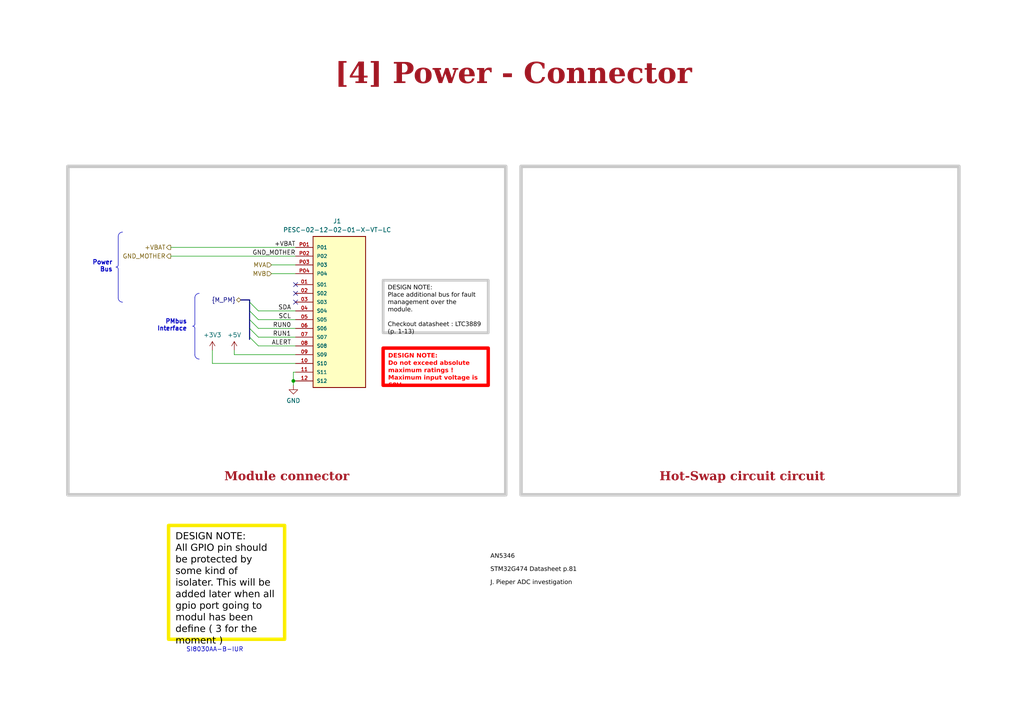
<source format=kicad_sch>
(kicad_sch (version 20230121) (generator eeschema)
  (paper "A4")
  (title_block (title "Sheet Title A") (date "Last Modified Date") (rev "${REVISION}") (company "${COMPANY}"))
  (lib_symbols
    (symbol "Device:C" (pin_numbers hide) (pin_names (offset 0.254))
      (property "Reference" "C" (at 0.635 2.54 0))
      (property "Value" "C" (at 0.635 -2.54 0))
      (symbol "C_0_1"
        (polyline (pts (xy -2.032 -0.762) (xy 2.032 -0.762)) (stroke (width 0.508)))
        (polyline (pts (xy -2.032 0.762) (xy 2.032 0.762)) (stroke (width 0.508)))
      )
      (symbol "C_1_1"
        (pin passive line (at 0 3.81 270) (length 2.794) (name "~") (number "1"))
        (pin passive line (at 0 -3.81 90) (length 2.794) (name "~") (number "2"))
      )
    )
    (symbol "Device:D_TVS" (pin_numbers hide) (pin_names (offset 1.016) hide)
      (property "Reference" "D" (at 0 2.54 0))
      (property "Value" "D_TVS" (at 0 -2.54 0))
      (symbol "D_TVS_0_1"
        (polyline (pts (xy 1.27 0) (xy -1.27 0)))
        (polyline (pts (xy 0.508 1.27) (xy 0 1.27) (xy 0 -1.27) (xy -0.508 -1.27)) (stroke (width 0.254)))
        (polyline (pts (xy -2.54 1.27) (xy -2.54 -1.27) (xy 2.54 1.27) (xy 2.54 -1.27) (xy -2.54 1.27)) (stroke (width 0.254)))
      )
      (symbol "D_TVS_1_1"
        (pin passive line (at -3.81 0 0) (length 2.54) (name "A1") (number "1"))
        (pin passive line (at 3.81 0 180) (length 2.54) (name "A2") (number "2"))
      )
    )
    (symbol "Device:D_Zener" (pin_numbers hide) (pin_names (offset 1.016) hide)
      (property "Reference" "D" (at 0 2.54 0))
      (property "Value" "D_Zener" (at 0 -2.54 0))
      (symbol "D_Zener_0_1"
        (polyline (pts (xy 1.27 0) (xy -1.27 0)))
        (polyline (pts (xy -1.27 -1.27) (xy -1.27 1.27) (xy -0.762 1.27)) (stroke (width 0.254)))
        (polyline (pts (xy 1.27 -1.27) (xy 1.27 1.27) (xy -1.27 0) (xy 1.27 -1.27)) (stroke (width 0.254)))
      )
      (symbol "D_Zener_1_1"
        (pin passive line (at -3.81 0 0) (length 2.54) (name "K") (number "1"))
        (pin passive line (at 3.81 0 180) (length 2.54) (name "A") (number "2"))
      )
    )
    (symbol "Device:R" (pin_numbers hide) (pin_names (offset 0))
      (property "Reference" "R" (at 2.032 0 90))
      (property "Value" "R" (at 0 0 90))
      (symbol "R_0_1"
        (rectangle (start -1.016 -2.54) (end 1.016 2.54) (stroke (width 0.254)))
      )
      (symbol "R_1_1"
        (pin passive line (at 0 3.81 270) (length 1.27) (name "~") (number "1"))
        (pin passive line (at 0 -3.81 90) (length 1.27) (name "~") (number "2"))
      )
    )
    (symbol "PESC-02-12-02-01-X-VT-LC:PESC-02-12-02-01-X-VT-LC" (pin_names (offset 1.016))
      (property "Reference" "J3" (at 0 24.765 0))
      (property "Value" "PESC-02-12-02-01-X-VT-LC" (at 0 22.225 0))
      (symbol "PESC-02-12-02-01-X-VT-LC_0_0"
        (rectangle (start -6.985 20.32) (end 8.255 -23.495) (stroke (width 0.254)) (fill (type background)))
      )
      (symbol "PESC-02-12-02-01-X-VT-LC_1_0"
        (pin passive line (at -12.065 6.35 0) (length 5.08) (name "S01") (number "01"))
        (pin passive line (at -12.065 3.81 0) (length 5.08) (name "S02") (number "02"))
        (pin passive line (at -12.065 1.27 0) (length 5.08) (name "S03") (number "03"))
        (pin passive line (at -12.065 -1.27 0) (length 5.08) (name "S04") (number "04"))
        (pin passive line (at -12.065 -3.81 0) (length 5.08) (name "S05") (number "05"))
        (pin passive line (at -12.065 -6.35 0) (length 5.08) (name "S06") (number "06"))
        (pin passive line (at -12.065 -8.89 0) (length 5.08) (name "S07") (number "07"))
        (pin passive line (at -12.065 -11.43 0) (length 5.08) (name "S08") (number "08"))
        (pin passive line (at -12.065 -13.97 0) (length 5.08) (name "S09") (number "09"))
        (pin passive line (at -12.065 -16.51 0) (length 5.08) (name "S10") (number "10"))
        (pin passive line (at -12.065 -19.05 0) (length 5.08) (name "S11") (number "11"))
        (pin passive line (at -12.065 -21.59 0) (length 5.08) (name "S12") (number "12"))
        (pin power_in line (at -12.065 17.145 0) (length 5.08) (name "P01") (number "P01"))
        (pin power_in line (at -12.065 17.145 0) (length 5.08) hide (name "P01") (number "P01_2"))
        (pin power_in line (at -12.065 17.145 0) (length 5.08) hide (name "P01__2") (number "P01_3"))
        (pin power_in line (at -12.065 17.145 0) (length 5.08) hide (name "P01__3") (number "P01_4"))
        (pin power_in line (at -12.065 17.145 0) (length 5.08) hide (name "P01__4") (number "P01_5"))
        (pin power_in line (at -12.065 17.145 0) (length 5.08) hide (name "P01__5") (number "P01_6"))
        (pin power_in line (at -12.065 17.145 0) (length 5.08) hide (name "P01__6") (number "P01_7"))
        (pin power_in line (at -12.065 17.145 0) (length 5.08) hide (name "P01__7") (number "P01_8"))
        (pin power_in line (at -12.065 14.605 0) (length 5.08) (name "P02") (number "P02"))
        (pin power_in line (at -12.065 14.605 0) (length 5.08) hide (name "P02__1") (number "P02_2"))
        (pin power_in line (at -12.065 14.605 0) (length 5.08) hide (name "P02__2") (number "P02_3"))
        (pin power_in line (at -12.065 14.605 0) (length 5.08) hide (name "P02__3") (number "P02_4"))
        (pin power_in line (at -12.065 14.605 0) (length 5.08) hide (name "P02__4") (number "P02_5"))
        (pin power_in line (at -12.065 14.605 0) (length 5.08) hide (name "P02__5") (number "P02_6"))
        (pin power_in line (at -12.065 14.605 0) (length 5.08) hide (name "P02__6") (number "P02_7"))
        (pin power_in line (at -12.065 14.605 0) (length 5.08) hide (name "P02__7") (number "P02_8"))
        (pin power_in line (at -12.065 12.065 0) (length 5.08) (name "P03") (number "P03"))
        (pin power_in line (at -12.065 12.065 0) (length 5.08) hide (name "P03__1") (number "P03_2"))
        (pin power_in line (at -12.065 12.065 0) (length 5.08) hide (name "P03__2") (number "P03_3"))
        (pin power_in line (at -12.065 12.065 0) (length 5.08) hide (name "P03__3") (number "P03_4"))
        (pin power_in line (at -12.065 12.065 0) (length 5.08) hide (name "P03__4") (number "P03_5"))
        (pin power_in line (at -12.065 12.065 0) (length 5.08) hide (name "P03__5") (number "P03_6"))
        (pin power_in line (at -12.065 12.065 0) (length 5.08) hide (name "P03__6") (number "P03_7"))
        (pin power_in line (at -12.065 12.065 0) (length 5.08) hide (name "P03__7") (number "P03_8"))
        (pin power_in line (at -12.065 9.525 0) (length 5.08) (name "P04") (number "P04"))
        (pin power_in line (at -12.065 9.525 0) (length 5.08) hide (name "P04__1") (number "P04_2"))
        (pin power_in line (at -12.065 9.525 0) (length 5.08) hide (name "P04__2") (number "P04_3"))
        (pin power_in line (at -12.065 9.525 0) (length 5.08) hide (name "P04__3") (number "P04_4"))
        (pin power_in line (at -12.065 9.525 0) (length 5.08) hide (name "P04__4") (number "P04_5"))
        (pin power_in line (at -12.065 9.525 0) (length 5.08) hide (name "P04__5") (number "P04_6"))
        (pin power_in line (at -12.065 9.525 0) (length 5.08) hide (name "P04__6") (number "P04_7"))
        (pin power_in line (at -12.065 9.525 0) (length 5.08) hide (name "P04__7") (number "P04_8"))
      )
    )
    (symbol "Simulation_SPICE:NMOS" (pin_numbers hide) (pin_names (offset 0))
      (property "Reference" "Q" (at 5.08 1.27 0))
      (property "Value" "NMOS" (at 5.08 -1.27 0))
      (symbol "NMOS_0_1"
        (polyline (pts (xy 0.254 0) (xy -2.54 0)))
        (polyline (pts (xy 0.254 1.905) (xy 0.254 -1.905)) (stroke (width 0.254)))
        (polyline (pts (xy 0.762 -1.27) (xy 0.762 -2.286)) (stroke (width 0.254)))
        (polyline (pts (xy 0.762 0.508) (xy 0.762 -0.508)) (stroke (width 0.254)))
        (polyline (pts (xy 0.762 2.286) (xy 0.762 1.27)) (stroke (width 0.254)))
        (polyline (pts (xy 2.54 2.54) (xy 2.54 1.778)))
        (polyline (pts (xy 2.54 -2.54) (xy 2.54 0) (xy 0.762 0)))
        (polyline (pts (xy 0.762 -1.778) (xy 3.302 -1.778) (xy 3.302 1.778) (xy 0.762 1.778)))
        (polyline (pts (xy 1.016 0) (xy 2.032 0.381) (xy 2.032 -0.381) (xy 1.016 0)) (fill (type outline)))
        (polyline (pts (xy 2.794 0.508) (xy 2.921 0.381) (xy 3.683 0.381) (xy 3.81 0.254)))
        (polyline (pts (xy 3.302 0.381) (xy 2.921 -0.254) (xy 3.683 -0.254) (xy 3.302 0.381)))
        (circle (center 1.651 0) (radius 2.794) (stroke (width 0.254)))
        (circle (center 2.54 -1.778) (radius 0.254) (fill (type outline)))
        (circle (center 2.54 1.778) (radius 0.254) (fill (type outline)))
      )
      (symbol "NMOS_1_1"
        (pin passive line (at 2.54 5.08 270) (length 2.54) (name "D") (number "1"))
        (pin input line (at -5.08 0 0) (length 2.54) (name "G") (number "2"))
        (pin passive line (at 2.54 -5.08 90) (length 2.54) (name "S") (number "3"))
      )
    )
    (symbol "TPS2490DGSRG4:TPS2490DGSRG4"
      (property "Reference" "IC" (at 26.67 7.62 0))
      (property "Value" "TPS2490DGSRG4" (at 26.67 5.08 0))
      (symbol "TPS2490DGSRG4_1_1"
        (rectangle (start 5.08 2.54) (end 25.4 -12.7) (stroke (width 0.254)) (fill (type background)))
        (pin passive line (at 0 0 0) (length 5.08) (name "EN") (number "1"))
        (pin passive line (at 30.48 0 180) (length 5.08) (name "VCC") (number "10"))
        (pin passive line (at 0 -2.54 0) (length 5.08) (name "VREF") (number "2"))
        (pin passive line (at 0 -5.08 0) (length 5.08) (name "PROG") (number "3"))
        (pin passive line (at 0 -7.62 0) (length 5.08) (name "TIMER") (number "4"))
        (pin passive line (at 0 -10.16 0) (length 5.08) (name "GND") (number "5"))
        (pin passive line (at 30.48 -10.16 180) (length 5.08) (name "PG") (number "6"))
        (pin passive line (at 30.48 -7.62 180) (length 5.08) (name "OUT") (number "7"))
        (pin passive line (at 30.48 -5.08 180) (length 5.08) (name "GATE") (number "8"))
        (pin passive line (at 30.48 -2.54 180) (length 5.08) (name "SENSE") (number "9"))
      )
    )
    (symbol "power:+3V3" (power) (pin_names (offset 0))
      (property "Value" "+3V3" (at 0 3.556 0))
      (symbol "+3V3_0_1"
        (polyline (pts (xy -0.762 1.27) (xy 0 2.54)))
        (polyline (pts (xy 0 0) (xy 0 2.54)))
        (polyline (pts (xy 0 2.54) (xy 0.762 1.27)))
      )
      (symbol "+3V3_1_1"
        (pin power_in line (at 0 0 90) (length 0) hide (name "+3V3") (number "1"))
      )
    )
    (symbol "power:+5V" (power) (pin_names (offset 0))
      (property "Value" "+5V" (at 0 3.556 0))
      (symbol "+5V_0_1"
        (polyline (pts (xy -0.762 1.27) (xy 0 2.54)))
        (polyline (pts (xy 0 0) (xy 0 2.54)))
        (polyline (pts (xy 0 2.54) (xy 0.762 1.27)))
      )
      (symbol "+5V_1_1"
        (pin power_in line (at 0 0 90) (length 0) hide (name "+5V") (number "1"))
      )
    )
    (symbol "power:GND" (power) (pin_names (offset 0))
      (property "Value" "GND" (at 0 -3.81 0))
      (symbol "GND_0_1"
        (polyline (pts (xy 0 0) (xy 0 -1.27) (xy 1.27 -1.27) (xy 0 -2.54) (xy -1.27 -1.27) (xy 0 -1.27)))
      )
      (symbol "GND_1_1"
        (pin power_in line (at 0 0 270) (length 0) hide (name "GND") (number "1"))
      )
    )
  )
  (junction (at 448.31 64.77))
  (junction (at 353.695 106.68))
  (junction (at 323.85 106.68))
  (junction (at 335.915 106.68))
  (junction (at 335.915 64.77) (color 200 50 50 1))
  (junction (at 344.17 96.52))
  (junction (at 434.34 106.68))
  (junction (at 404.495 64.77))
  (junction (at 344.17 106.68))
  (junction (at 361.95 106.68))
  (junction (at 314.325 106.68))
  (junction (at 323.85 64.77) (color 200 50 50 1))
  (junction (at 426.085 64.77))
  (junction (at 434.34 64.77))
  (junction (at 314.325 64.77) (color 200 50 50 1))
  (junction (at 85.09 110.49))
  (junction (at 335.915 84.455))
  (junction (at 394.335 64.77) (color 200 50 50 1))
  (junction (at 413.385 89.535))
  (junction (at 420.37 64.77))
  (junction (at 413.385 106.68))
  (no_connect (at 85.725 82.55))
  (no_connect (at 85.725 87.63))
  (no_connect (at 85.725 85.09))
  (bus_entry (at 72.39 97.79) (size 2.54 2.54))
  (bus_entry (at 72.39 92.71) (size 2.54 2.54))
  (bus_entry (at 72.39 90.17) (size 2.54 2.54))
  (bus_entry (at 72.39 95.25) (size 2.54 2.54))
  (bus_entry (at 72.39 87.63) (size 2.54 2.54))
  (wire (pts (xy 323.85 64.77) (xy 335.915 64.77)) (stroke (width 0.381) (color 200 50 50 1)))
  (wire (pts (xy 353.695 92.075) (xy 363.22 92.075)))
  (wire (pts (xy 413.385 106.68) (xy 434.34 106.68)))
  (bus (pts (xy 72.39 92.71) (xy 72.39 95.25)))
  (wire (pts (xy 74.93 90.17) (xy 85.725 90.17)))
  (bus (pts (xy 72.39 90.17) (xy 72.39 92.71)))
  (wire (pts (xy 323.85 106.68) (xy 314.325 106.68)))
  (wire (pts (xy 344.17 86.995) (xy 363.22 86.995)))
  (polyline (pts (xy 34.29 68.575) (xy 34.29 76.835)))
  (wire (pts (xy 335.915 106.68) (xy 344.17 106.68)))
  (wire (pts (xy 426.085 74.93) (xy 426.085 64.77)))
  (wire (pts (xy 335.915 64.77) (xy 394.335 64.77)) (stroke (width 0.381) (color 200 50 50 1)))
  (wire (pts (xy 314.325 64.77) (xy 323.85 64.77)) (stroke (width 0.381) (color 200 50 50 1)))
  (wire (pts (xy 434.34 82.55) (xy 434.34 106.68)))
  (wire (pts (xy 420.37 92.075) (xy 420.37 64.77)))
  (wire (pts (xy 323.85 104.775) (xy 323.85 106.68)))
  (wire (pts (xy 403.225 64.77) (xy 404.495 64.77)))
  (wire (pts (xy 314.325 104.775) (xy 314.325 106.68)))
  (wire (pts (xy 350.52 89.535) (xy 363.22 89.535)))
  (wire (pts (xy 323.85 106.68) (xy 335.915 106.68)))
  (wire (pts (xy 394.335 64.77) (xy 395.605 64.77)) (stroke (width 0.381) (color 200 50 50 1)))
  (wire (pts (xy 413.385 89.535) (xy 413.385 97.155)))
  (wire (pts (xy 393.7 84.455) (xy 394.335 84.455)) (stroke (width 0.381) (color 200 50 50 1)))
  (wire (pts (xy 74.93 100.33) (xy 85.725 100.33)))
  (wire (pts (xy 413.385 89.535) (xy 393.7 89.535)))
  (wire (pts (xy 393.7 92.075) (xy 420.37 92.075)))
  (wire (pts (xy 344.17 86.995) (xy 344.17 88.265)))
  (wire (pts (xy 49.53 71.755) (xy 85.725 71.755)))
  (wire (pts (xy 393.7 94.615) (xy 426.085 94.615)))
  (polyline (pts (xy 34.29 78.1) (xy 34.29 86.36)))
  (wire (pts (xy 434.34 74.93) (xy 434.34 64.77)))
  (wire (pts (xy 335.915 84.455) (xy 335.915 97.155)))
  (bus (pts (xy 72.39 95.25) (xy 72.39 97.79)))
  (wire (pts (xy 413.385 72.39) (xy 413.385 74.93)))
  (wire (pts (xy 344.17 106.68) (xy 353.695 106.68)))
  (wire (pts (xy 448.31 74.93) (xy 448.31 64.77)))
  (wire (pts (xy 335.915 78.105) (xy 335.915 84.455)))
  (wire (pts (xy 85.09 107.95) (xy 85.09 110.49)))
  (polyline (pts (xy 421.005 108.585) (xy 427.355 114.935)) (stroke (width 0) (type dot) (color 255 0 0 1)))
  (wire (pts (xy 78.74 79.375) (xy 85.725 79.375)))
  (wire (pts (xy 420.37 64.77) (xy 418.465 64.77)))
  (wire (pts (xy 311.785 106.68) (xy 314.325 106.68)))
  (wire (pts (xy 335.915 84.455) (xy 363.22 84.455)))
  (wire (pts (xy 61.595 105.41) (xy 85.725 105.41)))
  (bus (pts (xy 72.39 86.995) (xy 72.39 87.63)))
  (wire (pts (xy 361.95 94.615) (xy 363.22 94.615)))
  (wire (pts (xy 67.945 101.6) (xy 67.945 102.87)))
  (wire (pts (xy 448.31 82.55) (xy 448.31 106.68)))
  (bus (pts (xy 72.39 97.79) (xy 72.39 98.425)))
  (wire (pts (xy 448.31 106.68) (xy 434.34 106.68)))
  (wire (pts (xy 350.52 96.52) (xy 344.17 96.52)))
  (wire (pts (xy 74.93 95.25) (xy 85.725 95.25)))
  (wire (pts (xy 448.31 64.77) (xy 450.85 64.77)))
  (wire (pts (xy 404.495 64.77) (xy 408.305 64.77)))
  (wire (pts (xy 448.31 64.77) (xy 434.34 64.77)))
  (bus (pts (xy 69.85 86.995) (xy 72.39 86.995)))
  (wire (pts (xy 74.93 92.71) (xy 85.725 92.71)))
  (wire (pts (xy 323.85 64.77) (xy 323.85 97.155)) (stroke (width 0.381) (color 200 50 50 1)))
  (wire (pts (xy 353.695 106.68) (xy 361.95 106.68)))
  (wire (pts (xy 361.95 106.68) (xy 361.95 94.615)))
  (wire (pts (xy 353.695 104.775) (xy 353.695 106.68)))
  (wire (pts (xy 85.09 110.49) (xy 85.09 111.76)))
  (wire (pts (xy 426.085 82.55) (xy 426.085 94.615)))
  (wire (pts (xy 85.725 107.95) (xy 85.09 107.95)))
  (wire (pts (xy 85.09 110.49) (xy 85.725 110.49)))
  (polyline (pts (xy 56.515 95.25) (xy 56.515 102.87)))
  (wire (pts (xy 311.785 64.77) (xy 314.325 64.77)) (stroke (width 0.381) (color 200 50 50 1)))
  (wire (pts (xy 426.085 64.77) (xy 420.37 64.77)))
  (wire (pts (xy 78.74 76.835) (xy 85.725 76.835)))
  (wire (pts (xy 335.915 70.485) (xy 335.915 64.77)) (stroke (width 0.381) (color 200 50 50 1)))
  (wire (pts (xy 74.93 97.79) (xy 85.725 97.79)))
  (wire (pts (xy 344.17 96.52) (xy 344.17 97.155)))
  (wire (pts (xy 361.95 106.68) (xy 413.385 106.68)))
  (wire (pts (xy 335.915 104.775) (xy 335.915 106.68)))
  (wire (pts (xy 426.085 64.77) (xy 434.34 64.77)))
  (polyline (pts (xy 56.515 86.36) (xy 56.515 93.98)))
  (wire (pts (xy 353.695 97.155) (xy 353.695 92.075)))
  (wire (pts (xy 61.595 101.6) (xy 61.595 105.41)))
  (wire (pts (xy 393.7 86.995) (xy 404.495 86.995)))
  (wire (pts (xy 314.325 64.77) (xy 314.325 97.155)) (stroke (width 0.381) (color 200 50 50 1)))
  (wire (pts (xy 413.385 104.775) (xy 413.385 106.68)))
  (wire (pts (xy 413.385 82.55) (xy 413.385 89.535)))
  (wire (pts (xy 394.335 64.77) (xy 394.335 84.455)) (stroke (width 0.381) (color 200 50 50 1)))
  (wire (pts (xy 350.52 89.535) (xy 350.52 96.52)))
  (wire (pts (xy 404.495 64.77) (xy 404.495 86.995)))
  (wire (pts (xy 85.725 102.87) (xy 67.945 102.87)))
  (wire (pts (xy 85.725 74.295) (xy 49.53 74.295)))
  (bus (pts (xy 72.39 87.63) (xy 72.39 90.17)))
  (wire (pts (xy 344.17 104.775) (xy 344.17 106.68)))
  (wire (pts (xy 344.17 95.885) (xy 344.17 96.52)))
  (arc (start 56.52 93.975) (mid 56.3294 94.418) (end 55.885 94.61))
  (arc (start 33.66 77.465) (mid 34.1153 77.6462) (end 34.295 78.1))
  (rectangle (start 19.685 48.26) (end 146.685 143.51) (stroke (width 1) (color 200 200 200 1)))
  (rectangle (start 151.13 48.26) (end 278.13 143.51) (stroke (width 1) (color 200 200 200 1)))
  (arc (start 55.885 94.61) (mid 56.3352 94.7933) (end 56.52 95.245))
  (arc (start 34.295 76.83) (mid 34.1065 77.2779) (end 33.66 77.465))
  (arc (start 56.52 86.36) (mid 56.887 85.459) (end 57.785 85.09))
  (arc (start 57.785 104.14) (mid 56.884 103.771) (end 56.515 102.87))
  (arc (start 34.295 68.585) (mid 34.6605 67.6825) (end 35.56 67.315))
  (rectangle (start 406.4 95.885) (end 421.005 108.585) (stroke (width 0) (type dot) (color 255 0 0 1)))
  (arc (start 35.56 87.635) (mid 34.6575 87.2675) (end 34.29 86.365))
  (text_box "Hot-Swap circuit circuit \n" (at 151.765 134.62 0) (size 127 6.985) (stroke (width -0.0001)) (effects (font (size 2.54 2.54) (thickness 0.508) bold) (justify bottom)))
  (text_box "DESIGN NOTE:\nAll GPIO pin should be protected by some kind of isolater. This will be added later when all gpio port going to modul has been define ( 3 for the moment )" (at 48.895 152.4 0) (size 33.655 33.02) (stroke (width 1) (color 250 236 0 1)) (effects (font (size 2 2)) (justify left top)))
  (text_box "PMbus \nInterface" (at 45.72 91.44 0) (size 9.525 5.715) (stroke (width -0.0001)) (effects (font (size 1.27 1.27) (thickness 0.254) bold) (justify right top)))
  (text_box "DESIGN NOTE:\nPlace additional bus for fault management over the module. \n\nCheckout datasheet : LTC3889   \n(p. 1-13) \n" (at 111.125 81.28 0) (size 30.48 15.24) (stroke (width 0.8) (color 200 200 200 1)) (effects (font (size 1.27 1.27)) (justify left top)))
  (text_box "DESIGN NOTE:\nDo not exceed absolute maximum ratings ! Maximum input voltage is 60V." (at 111.125 100.965 0) (size 30.48 10.795) (stroke (width 1) (color 255 0 0 1)) (effects (font (size 1.27 1.27) (thickness 0.4) bold) (justify left top)))
  (text_box "Module connector \n" (at 19.685 134.62 0) (size 127 6.985) (stroke (width -0.0001)) (effects (font (size 2.54 2.54) (thickness 0.508) bold) (justify bottom)))
  (text_box "[4] Power - Connector" (at 12.065 15.24 0) (size 273.685 12.7) (stroke (width -0.0001)) (effects (font (size 6 6) (thickness 1.2) bold)))
  (text_box "Power \nBus" (at 24.13 74.29 0) (size 9.525 5.715) (stroke (width -0.0001)) (effects (font (size 1.27 1.27) (thickness 0.254) bold) (justify right top)))
  (text_box "DESIGN NOTE:\nOnly required when using dv/dt start-up" (at 427.355 114.935 0) (size 20.32 8.89) (stroke (width 0.8) (color 255 165 0 1)) (effects (font (size 1.27 1.27)) (justify left top)))
  (text "SI8030AA-B-IUR" (at 53.975 189.23 0) (effects (font (size 1.27 1.27)) (justify left bottom)))
  (text "J. Pieper ADC investigation" (at 142.24 170.18 0) (effects (font (size 1.27 1.27)) (justify left bottom)))
  (text "STM32G474 Datasheet p.81" (at 142.24 166.37 0) (effects (font (size 1.27 1.27)) (justify left bottom)))
  (text "AN5346" (at 142.24 162.56 0) (effects (font (size 1.27 1.27)) (justify left bottom)))
  (label "+VBAT" (at 311.785 64.77 180))
  (label "GND_MOTHER" (at 311.785 106.68 180))
  (label "RUN0" (at 84.455 95.25 180))
  (label "GND_MOTHER" (at 85.725 74.295 180))
  (label "RUN1" (at 84.455 97.79 180))
  (label "+VBAT" (at 85.725 71.755 180))
  (label "SCL" (at 84.455 92.71 180))
  (label "+VBAT" (at 450.85 64.77 0))
  (label "ALERT" (at 84.455 100.33 180))
  (label "SDA" (at 84.455 90.17 180))
  (hierarchical_label "{M_PM}" (shape bidirectional) (at 69.85 86.995 180))
  (hierarchical_label "MVA" (shape input) (at 78.74 76.835 180))
  (hierarchical_label "MVB" (shape input) (at 78.74 79.375 180))
  (hierarchical_label "+VBAT" (shape output) (at 49.53 71.755 180))
  (hierarchical_label "GND_MOTHER" (shape output) (at 49.53 74.295 180))
  (symbol (lib_id "Device:C") (at 353.695 100.965 0) (unit 1)
    (property "Reference" "C22" (at 356.87 99.695 0) (effects (justify left)))
    (property "Value" "C" (at 356.87 102.235 0) (effects (justify left)))
    (instances (project "SMPS_legged_robot_module" (path "" (reference "C50") (unit 1))))
  )
  (symbol (lib_id "Device:D_Zener") (at 434.34 78.74 270) (unit 1)
    (property "Reference" "D2" (at 437.515 77.47 90) (effects (justify left)))
    (property "Value" "D_Zener" (at 437.515 80.01 90) (effects (justify left)))
    (instances (project "SMPS_legged_robot_module" (path "" (reference "D5") (unit 1))))
  )
  (symbol (lib_id "Device:C") (at 448.31 78.74 0) (unit 1)
    (property "Reference" "C24" (at 451.485 77.47 0) (effects (justify left)))
    (property "Value" "C" (at 451.485 80.01 0) (effects (justify left)))
    (instances (project "SMPS_legged_robot_module" (path "" (reference "C54") (unit 1))))
  )
  (symbol (lib_id "PESC-02-12-02-01-X-VT-LC:PESC-02-12-02-01-X-VT-LC") (at 97.79 88.9 0) (unit 1)
    (property "Reference" "J1" (at 97.79 64.135 0))
    (property "Value" "PESC-02-12-02-01-X-VT-LC" (at 97.79 66.675 0))
    (property "Footprint" "PESC-02-12-02-01-X-VT-LC:SAMTEC_PESC-02-12-02-01-X-VT-LC" (effects hide))
    (property "PARTREV" "B" (effects hide))
    (property "STANDARD" "Manufacturer Recommendations" (effects hide))
    (property "MAXIMUM_PACKAGE_HEIGHT" "17.04mm" (effects hide))
    (property "MANUFACTURER" "Samtec" (effects hide))
  )
  (symbol (lib_id "Device:C") (at 314.325 100.965 0) (unit 1)
    (property "Reference" "C21" (at 317.5 99.695 0) (effects (justify left)))
    (property "Value" "C" (at 317.5 102.235 0) (effects (justify left)))
    (instances (project "SMPS_legged_robot_module" (path "" (reference "C49") (unit 1))))
  )
  (symbol (lib_id "power:+3V3") (at 61.595 101.6 0) (unit 1)
    (property "Reference" "#PWR02" (effects hide))
    (property "Value" "+3V3" (at 61.595 97.155 0))
  )
  (symbol (lib_id "Device:R") (at 413.385 78.74 180) (unit 1)
    (property "Reference" "R8" (at 415.925 77.47 0) (effects (justify right)))
    (property "Value" "R" (at 415.925 80.01 0) (effects (justify right)))
    (instances (project "SMPS_legged_robot_module" (path "" (reference "R40") (unit 1))))
  )
  (symbol (lib_id "power:GND") (at 85.09 111.76 0) (unit 1)
    (property "Reference" "#PWR03" (effects hide))
    (property "Value" "GND" (at 85.09 116.205 0))
  )
  (symbol (lib_id "Device:D_TVS") (at 323.85 100.965 90) (unit 1)
    (property "Reference" "D1" (at 327.025 99.695 90) (effects (justify right)))
    (property "Value" "D_TVS" (at 327.025 102.235 90) (effects (justify right)))
    (instances (project "SMPS_legged_robot_module" (path "" (reference "D4") (unit 1))))
  )
  (symbol (lib_id "Device:C") (at 413.385 100.965 0) (unit 1) (dnp yes)
    (property "Reference" "C23" (at 416.56 99.695 0) (effects (justify left)))
    (property "Value" "C" (at 416.56 102.235 0) (effects (justify left)))
    (instances (project "SMPS_legged_robot_module" (path "" (reference "C53") (unit 1))))
  )
  (symbol (lib_id "Device:R") (at 399.415 64.77 90) (unit 1)
    (property "Reference" "R3" (at 399.415 59.055 90))
    (property "Value" "R" (at 399.415 61.595 90))
    (instances (project "SMPS_legged_robot_module" (path "" (reference "R39") (unit 1))))
  )
  (symbol (lib_id "Device:R") (at 335.915 74.295 180) (unit 1)
    (property "Reference" "R4" (at 338.455 73.025 0) (effects (justify right)))
    (property "Value" "R" (at 338.455 75.565 0) (effects (justify right)))
    (instances (project "SMPS_legged_robot_module" (path "" (reference "R33") (unit 1))))
  )
  (symbol (lib_id "Device:R") (at 344.17 92.075 180) (unit 1)
    (property "Reference" "R6" (at 346.71 90.805 0) (effects (justify right)))
    (property "Value" "R" (at 346.71 93.345 0) (effects (justify right)))
    (instances (project "SMPS_legged_robot_module" (path "" (reference "R37") (unit 1))))
  )
  (symbol (lib_id "TPS2490DGSRG4:TPS2490DGSRG4") (at 363.22 84.455 0) (unit 1)
    (property "Reference" "IC1" (at 378.46 77.47 0))
    (property "Value" "TPS2490DGSRG4" (at 378.46 80.01 0))
    (property "Footprint" "SOP50P490X110-10N" (effects hide))
    (property "Datasheet" "https://www.ti.com/lit/gpn/tps2490" (effects hide))
    (property "Height" "1.1" (effects hide))
    (property "Mouser Part Number" "595-TPS2490DGSRG4" (effects hide))
    (property "Mouser Price/Stock" "https://www.mouser.co.uk/ProductDetail/Texas-Instruments/TPS2490DGSRG4?qs=zwk82MlA57auQClRqTFrLQ%3D%3D" (effects hide))
    (property "Manufacturer_Name" "Texas Instruments" (effects hide))
    (property "Manufacturer_Part_Number" "TPS2490DGSRG4" (effects hide))
    (instances (project "SMPS_legged_robot_module" (path "" (reference "IC5") (unit 1))))
  )
  (symbol (lib_id "power:+5V") (at 67.945 101.6 0) (unit 1)
    (property "Reference" "#PWR012" (effects hide))
    (property "Value" "+5V" (at 67.945 97.155 0))
  )
  (symbol (lib_id "Device:R") (at 335.915 100.965 180) (unit 1)
    (property "Reference" "R5" (at 338.455 99.695 0) (effects (justify right)))
    (property "Value" "R" (at 338.455 102.235 0) (effects (justify right)))
    (instances (project "SMPS_legged_robot_module" (path "" (reference "R34") (unit 1))))
  )
  (symbol (lib_id "Device:R") (at 426.085 78.74 180) (unit 1)
    (property "Reference" "R9" (at 428.625 77.47 0) (effects (justify right)))
    (property "Value" "R" (at 428.625 80.01 0) (effects (justify right)))
    (instances (project "SMPS_legged_robot_module" (path "" (reference "R41") (unit 1))))
  )
  (symbol (lib_id "Simulation_SPICE:NMOS") (at 413.385 67.31 90) (unit 1)
    (property "Reference" "Q1" (at 413.385 57.785 90))
    (property "Value" "NMOS" (at 413.385 60.325 90))
    (property "Datasheet" "https://ngspice.sourceforge.io/docs/ngspice-manual.pdf" (effects hide))
    (property "Sim.Device" "NMOS" (effects hide))
    (property "Sim.Type" "VDMOS" (effects hide))
    (property "Sim.Pins" "1=D 2=G 3=S" (effects hide))
    (instances (project "SMPS_legged_robot_module" (path "" (reference "Q15") (unit 1))))
  )
  (symbol (lib_id "Device:R") (at 344.17 100.965 180) (unit 1)
    (property "Reference" "R7" (at 346.71 99.695 0) (effects (justify right)))
    (property "Value" "R" (at 346.71 102.235 0) (effects (justify right)))
    (instances (project "SMPS_legged_robot_module" (path "" (reference "R38") (unit 1))))
  )
)
</source>
